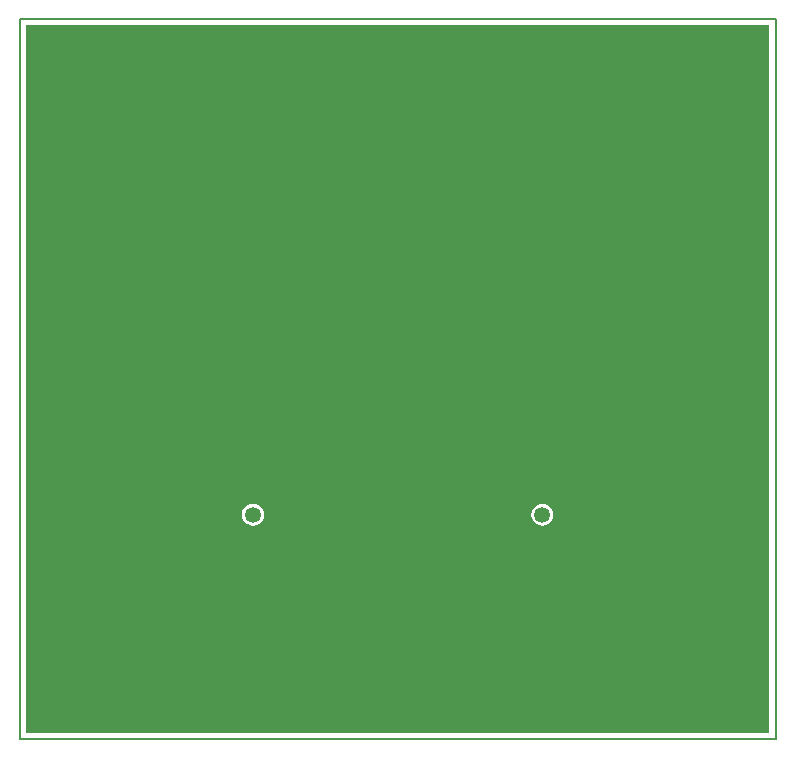
<source format=gbl>
G04*
G04 #@! TF.GenerationSoftware,Altium Limited,Altium Designer,20.0.14 (345)*
G04*
G04 Layer_Physical_Order=2*
G04 Layer_Color=16711680*
%FSLAX44Y44*%
%MOMM*%
G71*
G01*
G75*
%ADD12C,0.1270*%
%ADD14C,3.6600*%
%ADD15C,1.4000*%
%ADD16C,1.3500*%
G36*
X634821Y5179D02*
X5179D01*
X5179Y604821D01*
X634821D01*
X634821Y5179D01*
D02*
G37*
%LPC*%
G36*
X442564Y199370D02*
X440138Y199051D01*
X437878Y198115D01*
X435938Y196626D01*
X434449Y194685D01*
X433513Y192425D01*
X433193Y190000D01*
X433513Y187575D01*
X434449Y185315D01*
X435938Y183374D01*
X437878Y181885D01*
X440138Y180949D01*
X442564Y180630D01*
X444989Y180949D01*
X447249Y181885D01*
X449189Y183374D01*
X450678Y185315D01*
X451614Y187575D01*
X451934Y190000D01*
X451614Y192425D01*
X450678Y194685D01*
X449189Y196626D01*
X447249Y198115D01*
X444989Y199051D01*
X442564Y199370D01*
D02*
G37*
G36*
X197563D02*
X195138Y199051D01*
X192878Y198115D01*
X190938Y196626D01*
X189449Y194685D01*
X188513Y192425D01*
X188193Y190000D01*
X188513Y187575D01*
X189449Y185315D01*
X190938Y183374D01*
X192878Y181885D01*
X195138Y180949D01*
X197563Y180630D01*
X199989Y180949D01*
X202249Y181885D01*
X204189Y183374D01*
X205678Y185315D01*
X206614Y187575D01*
X206934Y190000D01*
X206614Y192425D01*
X205678Y194685D01*
X204189Y196626D01*
X202249Y198115D01*
X199989Y199051D01*
X197563Y199370D01*
D02*
G37*
%LPD*%
D12*
X640000Y610000D02*
X640000Y0D01*
X0D02*
X640000D01*
X0Y610000D02*
X640000D01*
X-0D02*
X0Y0D01*
D14*
X40000Y490000D02*
D03*
X600000D02*
D03*
X320000Y40000D02*
D03*
D15*
X467963Y215400D02*
D03*
Y164600D02*
D03*
X417164D02*
D03*
Y215400D02*
D03*
X222964D02*
D03*
Y164600D02*
D03*
X172164D02*
D03*
Y215400D02*
D03*
D16*
X442564Y190000D02*
D03*
X197563D02*
D03*
M02*

</source>
